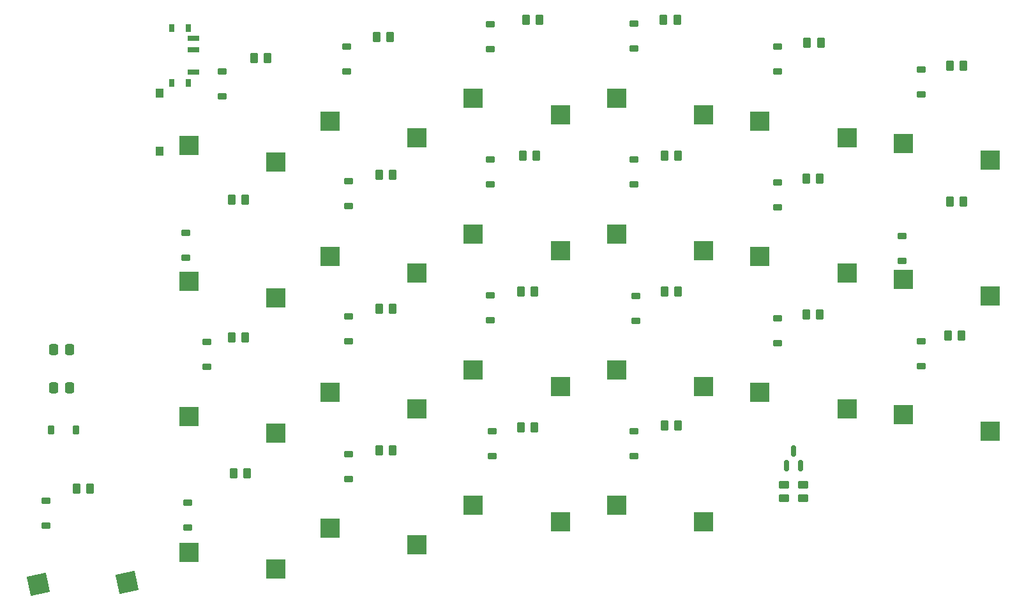
<source format=gbr>
%TF.GenerationSoftware,KiCad,Pcbnew,7.0.5-0*%
%TF.CreationDate,2023-10-17T19:27:59+10:30*%
%TF.ProjectId,Rolio,526f6c69-6f2e-46b6-9963-61645f706362,rev?*%
%TF.SameCoordinates,Original*%
%TF.FileFunction,Paste,Bot*%
%TF.FilePolarity,Positive*%
%FSLAX46Y46*%
G04 Gerber Fmt 4.6, Leading zero omitted, Abs format (unit mm)*
G04 Created by KiCad (PCBNEW 7.0.5-0) date 2023-10-17 19:27:59*
%MOMM*%
%LPD*%
G01*
G04 APERTURE LIST*
G04 Aperture macros list*
%AMRoundRect*
0 Rectangle with rounded corners*
0 $1 Rounding radius*
0 $2 $3 $4 $5 $6 $7 $8 $9 X,Y pos of 4 corners*
0 Add a 4 corners polygon primitive as box body*
4,1,4,$2,$3,$4,$5,$6,$7,$8,$9,$2,$3,0*
0 Add four circle primitives for the rounded corners*
1,1,$1+$1,$2,$3*
1,1,$1+$1,$4,$5*
1,1,$1+$1,$6,$7*
1,1,$1+$1,$8,$9*
0 Add four rect primitives between the rounded corners*
20,1,$1+$1,$2,$3,$4,$5,0*
20,1,$1+$1,$4,$5,$6,$7,0*
20,1,$1+$1,$6,$7,$8,$9,0*
20,1,$1+$1,$8,$9,$2,$3,0*%
%AMRotRect*
0 Rectangle, with rotation*
0 The origin of the aperture is its center*
0 $1 length*
0 $2 width*
0 $3 Rotation angle, in degrees counterclockwise*
0 Add horizontal line*
21,1,$1,$2,0,0,$3*%
G04 Aperture macros list end*
%ADD10R,2.600000X2.600000*%
%ADD11RotRect,2.600000X2.600000X12.000000*%
%ADD12RoundRect,0.250000X0.262500X0.450000X-0.262500X0.450000X-0.262500X-0.450000X0.262500X-0.450000X0*%
%ADD13RoundRect,0.225000X-0.375000X0.225000X-0.375000X-0.225000X0.375000X-0.225000X0.375000X0.225000X0*%
%ADD14RoundRect,0.250000X0.337500X0.475000X-0.337500X0.475000X-0.337500X-0.475000X0.337500X-0.475000X0*%
%ADD15RoundRect,0.250000X0.450000X-0.262500X0.450000X0.262500X-0.450000X0.262500X-0.450000X-0.262500X0*%
%ADD16R,0.800000X1.000000*%
%ADD17R,1.500000X0.700000*%
%ADD18RoundRect,0.250000X-0.337500X-0.475000X0.337500X-0.475000X0.337500X0.475000X-0.337500X0.475000X0*%
%ADD19R,1.000000X1.250000*%
%ADD20RoundRect,0.225000X0.225000X0.375000X-0.225000X0.375000X-0.225000X-0.375000X0.225000X-0.375000X0*%
%ADD21RoundRect,0.150000X0.150000X-0.587500X0.150000X0.587500X-0.150000X0.587500X-0.150000X-0.587500X0*%
G04 APERTURE END LIST*
D10*
%TO.C,SW_B0*%
X105455500Y-52480000D03*
X93905500Y-50280000D03*
%TD*%
%TO.C,SW_B3*%
X67455500Y-103480000D03*
X55905500Y-101280000D03*
%TD*%
%TO.C,SW_B4*%
X86455500Y-103480000D03*
X74905500Y-101280000D03*
%TD*%
%TO.C,SW_C1*%
X86455500Y-67480000D03*
X74905500Y-65280000D03*
%TD*%
%TO.C,SW_B1*%
X105455500Y-70480000D03*
X93905500Y-68280000D03*
%TD*%
%TO.C,SW_F0*%
X29735500Y-55730000D03*
X18185500Y-53530000D03*
%TD*%
%TO.C,SW_A2*%
X124455500Y-91480000D03*
X112905500Y-89280000D03*
%TD*%
%TO.C,SW_D1*%
X67455500Y-67480000D03*
X55905500Y-65280000D03*
%TD*%
%TO.C,SW_E2*%
X48455500Y-88480000D03*
X36905500Y-86280000D03*
%TD*%
%TO.C,SW_D2*%
X67455500Y-85480000D03*
X55905500Y-83280000D03*
%TD*%
%TO.C,SW_E0*%
X48455500Y-52480000D03*
X36905500Y-50280000D03*
%TD*%
%TO.C,SW_A1*%
X124455500Y-73480000D03*
X112905500Y-71280000D03*
%TD*%
%TO.C,SW_A0*%
X124455500Y-55480000D03*
X112905500Y-53280000D03*
%TD*%
%TO.C,SW_F2*%
X29735500Y-91730000D03*
X18185500Y-89530000D03*
%TD*%
%TO.C,SW_D0*%
X67455500Y-49480000D03*
X55905500Y-47280000D03*
%TD*%
D11*
%TO.C,SW_E3*%
X9961388Y-111543542D03*
X-1793623Y-111792998D03*
%TD*%
D10*
%TO.C,SW_F1*%
X29735500Y-73775000D03*
X18185500Y-71575000D03*
%TD*%
%TO.C,SW_C2*%
X86455500Y-85480000D03*
X74905500Y-83280000D03*
%TD*%
%TO.C,SW_E1*%
X48455500Y-70480000D03*
X36905500Y-68280000D03*
%TD*%
%TO.C,SW_C0*%
X86455500Y-49480000D03*
X74905500Y-47280000D03*
%TD*%
%TO.C,SW_C3*%
X48455500Y-106480000D03*
X36905500Y-104280000D03*
%TD*%
%TO.C,SW_B2*%
X105455500Y-88480000D03*
X93905500Y-86280000D03*
%TD*%
%TO.C,SW_D3*%
X29735500Y-109730000D03*
X18185500Y-107530000D03*
%TD*%
D12*
%TO.C,R8*%
X120904000Y-42888000D03*
X119079000Y-42888000D03*
%TD*%
D13*
%TO.C,D17*%
X96266000Y-76416000D03*
X96266000Y-79716000D03*
%TD*%
D14*
%TO.C,C2*%
X2347500Y-85646000D03*
X272500Y-85646000D03*
%TD*%
D13*
%TO.C,D10*%
X77216000Y-55334000D03*
X77216000Y-58634000D03*
%TD*%
%TO.C,D13*%
X20574000Y-79592000D03*
X20574000Y-82892000D03*
%TD*%
D12*
%TO.C,R12*%
X83058000Y-54826000D03*
X81233000Y-54826000D03*
%TD*%
D13*
%TO.C,D1*%
X22624500Y-43650000D03*
X22624500Y-46950000D03*
%TD*%
D12*
%TO.C,R10*%
X45212000Y-57366000D03*
X43387000Y-57366000D03*
%TD*%
D13*
%TO.C,D12*%
X112776000Y-65496000D03*
X112776000Y-68796000D03*
%TD*%
%TO.C,D14*%
X39370000Y-76162500D03*
X39370000Y-79462500D03*
%TD*%
D15*
%TO.C,R2*%
X97094000Y-100339000D03*
X97094000Y-98514000D03*
%TD*%
D12*
%TO.C,R21*%
X5098500Y-99060000D03*
X3273500Y-99060000D03*
%TD*%
D13*
%TO.C,D15*%
X58166000Y-73368000D03*
X58166000Y-76668000D03*
%TD*%
D12*
%TO.C,R18*%
X83058000Y-72860000D03*
X81233000Y-72860000D03*
%TD*%
%TO.C,R19*%
X101872500Y-75946000D03*
X100047500Y-75946000D03*
%TD*%
%TO.C,R14*%
X120922500Y-60960000D03*
X119097500Y-60960000D03*
%TD*%
D13*
%TO.C,D3*%
X58166000Y-37428000D03*
X58166000Y-40728000D03*
%TD*%
D12*
%TO.C,R24*%
X64008000Y-90894000D03*
X62183000Y-90894000D03*
%TD*%
D15*
%TO.C,R1*%
X99634000Y-100339000D03*
X99634000Y-98514000D03*
%TD*%
D13*
%TO.C,D22*%
X39370000Y-94454000D03*
X39370000Y-97754000D03*
%TD*%
%TO.C,D23*%
X58420000Y-91402000D03*
X58420000Y-94702000D03*
%TD*%
%TO.C,D11*%
X96266000Y-58382000D03*
X96266000Y-61682000D03*
%TD*%
%TO.C,D7*%
X17780000Y-65114000D03*
X17780000Y-68414000D03*
%TD*%
D16*
%TO.C,SW4*%
X15927000Y-45208000D03*
X18137000Y-45208000D03*
X15927000Y-37908000D03*
X18137000Y-37908000D03*
D17*
X18787000Y-43808000D03*
X18787000Y-40808000D03*
X18787000Y-39308000D03*
%TD*%
D12*
%TO.C,R20*%
X120668500Y-78740000D03*
X118843500Y-78740000D03*
%TD*%
D13*
%TO.C,D20*%
X-762000Y-100674000D03*
X-762000Y-103974000D03*
%TD*%
D12*
%TO.C,R6*%
X82954500Y-36792000D03*
X81129500Y-36792000D03*
%TD*%
D13*
%TO.C,D29*%
X77216000Y-91402000D03*
X77216000Y-94702000D03*
%TD*%
%TO.C,D4*%
X77216000Y-37300000D03*
X77216000Y-40600000D03*
%TD*%
D12*
%TO.C,R4*%
X44873000Y-39078000D03*
X43048000Y-39078000D03*
%TD*%
D18*
%TO.C,C1*%
X273500Y-80566000D03*
X2348500Y-80566000D03*
%TD*%
D19*
%TO.C,RESET1*%
X14292000Y-54282000D03*
X14292000Y-46532000D03*
%TD*%
D13*
%TO.C,D2*%
X39116000Y-40348000D03*
X39116000Y-43648000D03*
%TD*%
%TO.C,D8*%
X39370000Y-58256000D03*
X39370000Y-61556000D03*
%TD*%
D12*
%TO.C,R11*%
X64262000Y-54826000D03*
X62437000Y-54826000D03*
%TD*%
D13*
%TO.C,D18*%
X115316000Y-79464000D03*
X115316000Y-82764000D03*
%TD*%
D12*
%TO.C,R15*%
X25654000Y-78956000D03*
X23829000Y-78956000D03*
%TD*%
%TO.C,R22*%
X25908000Y-96990000D03*
X24083000Y-96990000D03*
%TD*%
D13*
%TO.C,D5*%
X96266000Y-40348000D03*
X96266000Y-43648000D03*
%TD*%
D12*
%TO.C,R7*%
X102004500Y-39840000D03*
X100179500Y-39840000D03*
%TD*%
D13*
%TO.C,D6*%
X115316000Y-43396000D03*
X115316000Y-46696000D03*
%TD*%
%TO.C,D9*%
X58166000Y-55334000D03*
X58166000Y-58634000D03*
%TD*%
D12*
%TO.C,R25*%
X83058000Y-90640000D03*
X81233000Y-90640000D03*
%TD*%
D20*
%TO.C,D19*%
X3192500Y-91234000D03*
X-107500Y-91234000D03*
%TD*%
D21*
%TO.C,Q1*%
X99314000Y-95974000D03*
X97414000Y-95974000D03*
X98364000Y-94099000D03*
%TD*%
D12*
%TO.C,R23*%
X45212000Y-93942000D03*
X43387000Y-93942000D03*
%TD*%
D13*
%TO.C,D21*%
X18034000Y-100928000D03*
X18034000Y-104228000D03*
%TD*%
D12*
%TO.C,R5*%
X64685000Y-36830000D03*
X62860000Y-36830000D03*
%TD*%
D13*
%TO.C,D16*%
X77470000Y-73496000D03*
X77470000Y-76796000D03*
%TD*%
D12*
%TO.C,R17*%
X64008000Y-72860000D03*
X62183000Y-72860000D03*
%TD*%
%TO.C,R16*%
X45212000Y-75146000D03*
X43387000Y-75146000D03*
%TD*%
%TO.C,R9*%
X25654000Y-60668000D03*
X23829000Y-60668000D03*
%TD*%
%TO.C,R3*%
X28617000Y-41910000D03*
X26792000Y-41910000D03*
%TD*%
%TO.C,R13*%
X101854000Y-57874000D03*
X100029000Y-57874000D03*
%TD*%
M02*

</source>
